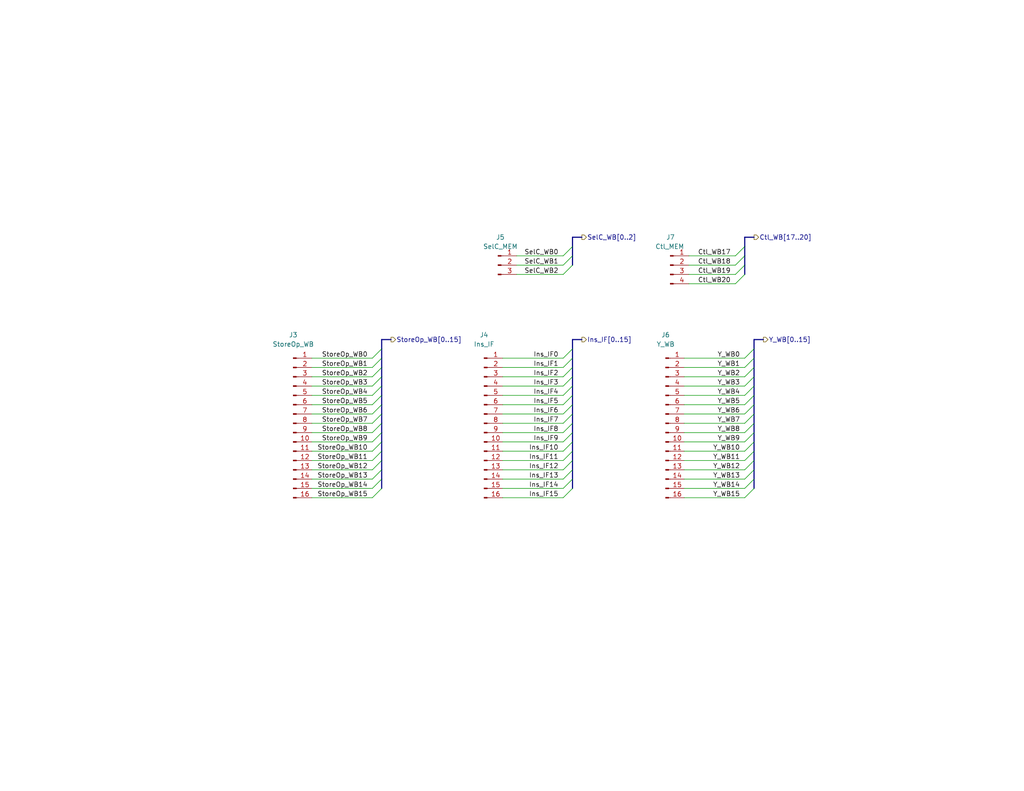
<source format=kicad_sch>
(kicad_sch (version 20230121) (generator eeschema)
  (paper "A")
  (title_block (title "Turtle16: MEM Prototype Outputs") (date "2023-03-20") (rev "A (584b6b4f)") (comment 4 "Headers for various outputs from the prototype board"))
  (lib_symbols
    (symbol "Connector:Conn_01x03_Pin" (pin_names (offset 1.016) hide)
      (property "Reference" "J" (at 0 5.08 0))
      (property "Value" "Conn_01x03_Pin" (at 0 -5.08 0))
      (symbol "Conn_01x03_Pin_1_1"
        (polyline (pts (xy 1.27 -2.54) (xy 0.8636 -2.54)) (stroke (width 0.1524)))
        (polyline (pts (xy 1.27 0) (xy 0.8636 0)) (stroke (width 0.1524)))
        (polyline (pts (xy 1.27 2.54) (xy 0.8636 2.54)) (stroke (width 0.1524)))
        (rectangle (start 0.8636 -2.413) (end 0 -2.667) (stroke (width 0.1524)) (fill (type outline)))
        (rectangle (start 0.8636 0.127) (end 0 -0.127) (stroke (width 0.1524)) (fill (type outline)))
        (rectangle (start 0.8636 2.667) (end 0 2.413) (stroke (width 0.1524)) (fill (type outline)))
        (pin passive line (at 5.08 2.54 180) (length 3.81) (name "Pin_1") (number "1"))
        (pin passive line (at 5.08 0 180) (length 3.81) (name "Pin_2") (number "2"))
        (pin passive line (at 5.08 -2.54 180) (length 3.81) (name "Pin_3") (number "3"))
      )
    )
    (symbol "Connector:Conn_01x04_Pin" (pin_names (offset 1.016) hide)
      (property "Reference" "J" (at 0 5.08 0))
      (property "Value" "Conn_01x04_Pin" (at 0 -7.62 0))
      (symbol "Conn_01x04_Pin_1_1"
        (polyline (pts (xy 1.27 -5.08) (xy 0.8636 -5.08)) (stroke (width 0.1524)))
        (polyline (pts (xy 1.27 -2.54) (xy 0.8636 -2.54)) (stroke (width 0.1524)))
        (polyline (pts (xy 1.27 0) (xy 0.8636 0)) (stroke (width 0.1524)))
        (polyline (pts (xy 1.27 2.54) (xy 0.8636 2.54)) (stroke (width 0.1524)))
        (rectangle (start 0.8636 -4.953) (end 0 -5.207) (stroke (width 0.1524)) (fill (type outline)))
        (rectangle (start 0.8636 -2.413) (end 0 -2.667) (stroke (width 0.1524)) (fill (type outline)))
        (rectangle (start 0.8636 0.127) (end 0 -0.127) (stroke (width 0.1524)) (fill (type outline)))
        (rectangle (start 0.8636 2.667) (end 0 2.413) (stroke (width 0.1524)) (fill (type outline)))
        (pin passive line (at 5.08 2.54 180) (length 3.81) (name "Pin_1") (number "1"))
        (pin passive line (at 5.08 0 180) (length 3.81) (name "Pin_2") (number "2"))
        (pin passive line (at 5.08 -2.54 180) (length 3.81) (name "Pin_3") (number "3"))
        (pin passive line (at 5.08 -5.08 180) (length 3.81) (name "Pin_4") (number "4"))
      )
    )
    (symbol "Connector:Conn_01x16_Pin" (pin_names (offset 1.016) hide)
      (property "Reference" "J" (at 0 20.32 0))
      (property "Value" "Conn_01x16_Pin" (at 0 -22.86 0))
      (symbol "Conn_01x16_Pin_1_1"
        (polyline (pts (xy 1.27 -20.32) (xy 0.8636 -20.32)) (stroke (width 0.1524)))
        (polyline (pts (xy 1.27 -17.78) (xy 0.8636 -17.78)) (stroke (width 0.1524)))
        (polyline (pts (xy 1.27 -15.24) (xy 0.8636 -15.24)) (stroke (width 0.1524)))
        (polyline (pts (xy 1.27 -12.7) (xy 0.8636 -12.7)) (stroke (width 0.1524)))
        (polyline (pts (xy 1.27 -10.16) (xy 0.8636 -10.16)) (stroke (width 0.1524)))
        (polyline (pts (xy 1.27 -7.62) (xy 0.8636 -7.62)) (stroke (width 0.1524)))
        (polyline (pts (xy 1.27 -5.08) (xy 0.8636 -5.08)) (stroke (width 0.1524)))
        (polyline (pts (xy 1.27 -2.54) (xy 0.8636 -2.54)) (stroke (width 0.1524)))
        (polyline (pts (xy 1.27 0) (xy 0.8636 0)) (stroke (width 0.1524)))
        (polyline (pts (xy 1.27 2.54) (xy 0.8636 2.54)) (stroke (width 0.1524)))
        (polyline (pts (xy 1.27 5.08) (xy 0.8636 5.08)) (stroke (width 0.1524)))
        (polyline (pts (xy 1.27 7.62) (xy 0.8636 7.62)) (stroke (width 0.1524)))
        (polyline (pts (xy 1.27 10.16) (xy 0.8636 10.16)) (stroke (width 0.1524)))
        (polyline (pts (xy 1.27 12.7) (xy 0.8636 12.7)) (stroke (width 0.1524)))
        (polyline (pts (xy 1.27 15.24) (xy 0.8636 15.24)) (stroke (width 0.1524)))
        (polyline (pts (xy 1.27 17.78) (xy 0.8636 17.78)) (stroke (width 0.1524)))
        (rectangle (start 0.8636 -20.193) (end 0 -20.447) (stroke (width 0.1524)) (fill (type outline)))
        (rectangle (start 0.8636 -17.653) (end 0 -17.907) (stroke (width 0.1524)) (fill (type outline)))
        (rectangle (start 0.8636 -15.113) (end 0 -15.367) (stroke (width 0.1524)) (fill (type outline)))
        (rectangle (start 0.8636 -12.573) (end 0 -12.827) (stroke (width 0.1524)) (fill (type outline)))
        (rectangle (start 0.8636 -10.033) (end 0 -10.287) (stroke (width 0.1524)) (fill (type outline)))
        (rectangle (start 0.8636 -7.493) (end 0 -7.747) (stroke (width 0.1524)) (fill (type outline)))
        (rectangle (start 0.8636 -4.953) (end 0 -5.207) (stroke (width 0.1524)) (fill (type outline)))
        (rectangle (start 0.8636 -2.413) (end 0 -2.667) (stroke (width 0.1524)) (fill (type outline)))
        (rectangle (start 0.8636 0.127) (end 0 -0.127) (stroke (width 0.1524)) (fill (type outline)))
        (rectangle (start 0.8636 2.667) (end 0 2.413) (stroke (width 0.1524)) (fill (type outline)))
        (rectangle (start 0.8636 5.207) (end 0 4.953) (stroke (width 0.1524)) (fill (type outline)))
        (rectangle (start 0.8636 7.747) (end 0 7.493) (stroke (width 0.1524)) (fill (type outline)))
        (rectangle (start 0.8636 10.287) (end 0 10.033) (stroke (width 0.1524)) (fill (type outline)))
        (rectangle (start 0.8636 12.827) (end 0 12.573) (stroke (width 0.1524)) (fill (type outline)))
        (rectangle (start 0.8636 15.367) (end 0 15.113) (stroke (width 0.1524)) (fill (type outline)))
        (rectangle (start 0.8636 17.907) (end 0 17.653) (stroke (width 0.1524)) (fill (type outline)))
        (pin passive line (at 5.08 17.78 180) (length 3.81) (name "Pin_1") (number "1"))
        (pin passive line (at 5.08 -5.08 180) (length 3.81) (name "Pin_10") (number "10"))
        (pin passive line (at 5.08 -7.62 180) (length 3.81) (name "Pin_11") (number "11"))
        (pin passive line (at 5.08 -10.16 180) (length 3.81) (name "Pin_12") (number "12"))
        (pin passive line (at 5.08 -12.7 180) (length 3.81) (name "Pin_13") (number "13"))
        (pin passive line (at 5.08 -15.24 180) (length 3.81) (name "Pin_14") (number "14"))
        (pin passive line (at 5.08 -17.78 180) (length 3.81) (name "Pin_15") (number "15"))
        (pin passive line (at 5.08 -20.32 180) (length 3.81) (name "Pin_16") (number "16"))
        (pin passive line (at 5.08 15.24 180) (length 3.81) (name "Pin_2") (number "2"))
        (pin passive line (at 5.08 12.7 180) (length 3.81) (name "Pin_3") (number "3"))
        (pin passive line (at 5.08 10.16 180) (length 3.81) (name "Pin_4") (number "4"))
        (pin passive line (at 5.08 7.62 180) (length 3.81) (name "Pin_5") (number "5"))
        (pin passive line (at 5.08 5.08 180) (length 3.81) (name "Pin_6") (number "6"))
        (pin passive line (at 5.08 2.54 180) (length 3.81) (name "Pin_7") (number "7"))
        (pin passive line (at 5.08 0 180) (length 3.81) (name "Pin_8") (number "8"))
        (pin passive line (at 5.08 -2.54 180) (length 3.81) (name "Pin_9") (number "9"))
      )
    )
  )
  (bus_entry (at 156.21 125.73) (size -2.54 2.54))
  (bus_entry (at 205.74 133.35) (size -2.54 2.54))
  (bus_entry (at 156.21 107.95) (size -2.54 2.54))
  (bus_entry (at 205.74 120.65) (size -2.54 2.54))
  (bus_entry (at 205.74 123.19) (size -2.54 2.54))
  (bus_entry (at 156.21 123.19) (size -2.54 2.54))
  (bus_entry (at 156.21 118.11) (size -2.54 2.54))
  (bus_entry (at 156.21 100.33) (size -2.54 2.54))
  (bus_entry (at 156.21 95.25) (size -2.54 2.54))
  (bus_entry (at 205.74 107.95) (size -2.54 2.54))
  (bus_entry (at 205.74 113.03) (size -2.54 2.54))
  (bus_entry (at 205.74 100.33) (size -2.54 2.54))
  (bus_entry (at 104.14 125.73) (size -2.54 2.54))
  (bus_entry (at 205.74 118.11) (size -2.54 2.54))
  (bus_entry (at 205.74 128.27) (size -2.54 2.54))
  (bus_entry (at 104.14 123.19) (size -2.54 2.54))
  (bus_entry (at 104.14 120.65) (size -2.54 2.54))
  (bus_entry (at 203.2 67.31) (size -2.54 2.54))
  (bus_entry (at 156.21 120.65) (size -2.54 2.54))
  (bus_entry (at 104.14 133.35) (size -2.54 2.54))
  (bus_entry (at 156.21 102.87) (size -2.54 2.54))
  (bus_entry (at 104.14 107.95) (size -2.54 2.54))
  (bus_entry (at 104.14 118.11) (size -2.54 2.54))
  (bus_entry (at 156.21 97.79) (size -2.54 2.54))
  (bus_entry (at 156.21 133.35) (size -2.54 2.54))
  (bus_entry (at 156.21 105.41) (size -2.54 2.54))
  (bus_entry (at 104.14 95.25) (size -2.54 2.54))
  (bus_entry (at 203.2 72.39) (size -2.54 2.54))
  (bus_entry (at 104.14 115.57) (size -2.54 2.54))
  (bus_entry (at 156.21 113.03) (size -2.54 2.54))
  (bus_entry (at 205.74 110.49) (size -2.54 2.54))
  (bus_entry (at 104.14 110.49) (size -2.54 2.54))
  (bus_entry (at 104.14 130.81) (size -2.54 2.54))
  (bus_entry (at 203.2 69.85) (size -2.54 2.54))
  (bus_entry (at 205.74 130.81) (size -2.54 2.54))
  (bus_entry (at 104.14 128.27) (size -2.54 2.54))
  (bus_entry (at 156.21 128.27) (size -2.54 2.54))
  (bus_entry (at 104.14 100.33) (size -2.54 2.54))
  (bus_entry (at 205.74 97.79) (size -2.54 2.54))
  (bus_entry (at 156.21 115.57) (size -2.54 2.54))
  (bus_entry (at 104.14 113.03) (size -2.54 2.54))
  (bus_entry (at 104.14 105.41) (size -2.54 2.54))
  (bus_entry (at 156.21 72.39) (size -2.54 2.54))
  (bus_entry (at 156.21 130.81) (size -2.54 2.54))
  (bus_entry (at 205.74 115.57) (size -2.54 2.54))
  (bus_entry (at 104.14 97.79) (size -2.54 2.54))
  (bus_entry (at 203.2 74.93) (size -2.54 2.54))
  (bus_entry (at 205.74 95.25) (size -2.54 2.54))
  (bus_entry (at 156.21 110.49) (size -2.54 2.54))
  (bus_entry (at 205.74 105.41) (size -2.54 2.54))
  (bus_entry (at 205.74 102.87) (size -2.54 2.54))
  (bus_entry (at 205.74 125.73) (size -2.54 2.54))
  (bus_entry (at 156.21 69.85) (size -2.54 2.54))
  (bus_entry (at 156.21 67.31) (size -2.54 2.54))
  (bus_entry (at 104.14 102.87) (size -2.54 2.54))
  (wire (pts (xy 153.67 128.27) (xy 137.16 128.27)))
  (bus (pts (xy 205.74 118.11) (xy 205.74 120.65)))
  (wire (pts (xy 101.6 120.65) (xy 85.09 120.65)))
  (wire (pts (xy 153.67 123.19) (xy 137.16 123.19)))
  (wire (pts (xy 101.6 123.19) (xy 85.09 123.19)))
  (bus (pts (xy 156.21 118.11) (xy 156.21 120.65)))
  (wire (pts (xy 101.6 100.33) (xy 85.09 100.33)))
  (bus (pts (xy 156.21 105.41) (xy 156.21 107.95)))
  (wire (pts (xy 153.67 110.49) (xy 137.16 110.49)))
  (bus (pts (xy 104.14 102.87) (xy 104.14 105.41)))
  (bus (pts (xy 205.74 128.27) (xy 205.74 130.81)))
  (wire (pts (xy 203.2 107.95) (xy 186.69 107.95)))
  (wire (pts (xy 101.6 128.27) (xy 85.09 128.27)))
  (bus (pts (xy 203.2 67.31) (xy 203.2 69.85)))
  (wire (pts (xy 153.67 125.73) (xy 137.16 125.73)))
  (bus (pts (xy 205.74 113.03) (xy 205.74 115.57)))
  (wire (pts (xy 101.6 130.81) (xy 85.09 130.81)))
  (bus (pts (xy 156.21 69.85) (xy 156.21 72.39)))
  (bus (pts (xy 104.14 118.11) (xy 104.14 120.65)))
  (wire (pts (xy 153.67 118.11) (xy 137.16 118.11)))
  (bus (pts (xy 104.14 105.41) (xy 104.14 107.95)))
  (bus (pts (xy 158.75 92.71) (xy 156.21 92.71)))
  (wire (pts (xy 203.2 118.11) (xy 186.69 118.11)))
  (bus (pts (xy 156.21 95.25) (xy 156.21 97.79)))
  (wire (pts (xy 153.67 97.79) (xy 137.16 97.79)))
  (wire (pts (xy 200.66 77.47) (xy 187.96 77.47)))
  (bus (pts (xy 104.14 92.71) (xy 104.14 95.25)))
  (bus (pts (xy 208.28 92.71) (xy 205.74 92.71)))
  (bus (pts (xy 203.2 72.39) (xy 203.2 74.93)))
  (wire (pts (xy 203.2 130.81) (xy 186.69 130.81)))
  (bus (pts (xy 158.75 64.77) (xy 156.21 64.77)))
  (wire (pts (xy 203.2 100.33) (xy 186.69 100.33)))
  (bus (pts (xy 203.2 64.77) (xy 203.2 67.31)))
  (wire (pts (xy 203.2 125.73) (xy 186.69 125.73)))
  (bus (pts (xy 205.74 100.33) (xy 205.74 102.87)))
  (bus (pts (xy 205.74 95.25) (xy 205.74 97.79)))
  (bus (pts (xy 203.2 69.85) (xy 203.2 72.39)))
  (bus (pts (xy 205.74 102.87) (xy 205.74 105.41)))
  (bus (pts (xy 104.14 115.57) (xy 104.14 118.11)))
  (wire (pts (xy 153.67 135.89) (xy 137.16 135.89)))
  (wire (pts (xy 101.6 110.49) (xy 85.09 110.49)))
  (wire (pts (xy 203.2 97.79) (xy 186.69 97.79)))
  (bus (pts (xy 156.21 130.81) (xy 156.21 133.35)))
  (wire (pts (xy 101.6 107.95) (xy 85.09 107.95)))
  (wire (pts (xy 101.6 135.89) (xy 85.09 135.89)))
  (bus (pts (xy 104.14 120.65) (xy 104.14 123.19)))
  (wire (pts (xy 200.66 72.39) (xy 187.96 72.39)))
  (bus (pts (xy 205.74 107.95) (xy 205.74 110.49)))
  (wire (pts (xy 200.66 69.85) (xy 187.96 69.85)))
  (bus (pts (xy 156.21 113.03) (xy 156.21 115.57)))
  (bus (pts (xy 205.74 120.65) (xy 205.74 123.19)))
  (wire (pts (xy 203.2 123.19) (xy 186.69 123.19)))
  (wire (pts (xy 203.2 113.03) (xy 186.69 113.03)))
  (wire (pts (xy 101.6 115.57) (xy 85.09 115.57)))
  (wire (pts (xy 153.67 69.85) (xy 140.97 69.85)))
  (bus (pts (xy 156.21 110.49) (xy 156.21 113.03)))
  (wire (pts (xy 101.6 118.11) (xy 85.09 118.11)))
  (wire (pts (xy 101.6 125.73) (xy 85.09 125.73)))
  (bus (pts (xy 205.74 64.77) (xy 203.2 64.77)))
  (wire (pts (xy 153.67 102.87) (xy 137.16 102.87)))
  (bus (pts (xy 205.74 123.19) (xy 205.74 125.73)))
  (wire (pts (xy 101.6 133.35) (xy 85.09 133.35)))
  (bus (pts (xy 156.21 107.95) (xy 156.21 110.49)))
  (bus (pts (xy 104.14 97.79) (xy 104.14 100.33)))
  (wire (pts (xy 203.2 115.57) (xy 186.69 115.57)))
  (bus (pts (xy 104.14 128.27) (xy 104.14 130.81)))
  (bus (pts (xy 156.21 97.79) (xy 156.21 100.33)))
  (bus (pts (xy 104.14 130.81) (xy 104.14 133.35)))
  (wire (pts (xy 203.2 128.27) (xy 186.69 128.27)))
  (wire (pts (xy 203.2 105.41) (xy 186.69 105.41)))
  (wire (pts (xy 153.67 115.57) (xy 137.16 115.57)))
  (bus (pts (xy 205.74 105.41) (xy 205.74 107.95)))
  (bus (pts (xy 205.74 130.81) (xy 205.74 133.35)))
  (wire (pts (xy 101.6 102.87) (xy 85.09 102.87)))
  (wire (pts (xy 203.2 120.65) (xy 186.69 120.65)))
  (bus (pts (xy 205.74 97.79) (xy 205.74 100.33)))
  (bus (pts (xy 205.74 92.71) (xy 205.74 95.25)))
  (wire (pts (xy 203.2 133.35) (xy 186.69 133.35)))
  (wire (pts (xy 200.66 74.93) (xy 187.96 74.93)))
  (wire (pts (xy 153.67 130.81) (xy 137.16 130.81)))
  (bus (pts (xy 104.14 95.25) (xy 104.14 97.79)))
  (wire (pts (xy 153.67 133.35) (xy 137.16 133.35)))
  (wire (pts (xy 153.67 72.39) (xy 140.97 72.39)))
  (bus (pts (xy 205.74 110.49) (xy 205.74 113.03)))
  (bus (pts (xy 156.21 115.57) (xy 156.21 118.11)))
  (bus (pts (xy 205.74 115.57) (xy 205.74 118.11)))
  (wire (pts (xy 153.67 113.03) (xy 137.16 113.03)))
  (bus (pts (xy 156.21 128.27) (xy 156.21 130.81)))
  (bus (pts (xy 104.14 110.49) (xy 104.14 113.03)))
  (bus (pts (xy 156.21 125.73) (xy 156.21 128.27)))
  (bus (pts (xy 156.21 67.31) (xy 156.21 69.85)))
  (bus (pts (xy 104.14 113.03) (xy 104.14 115.57)))
  (bus (pts (xy 104.14 107.95) (xy 104.14 110.49)))
  (bus (pts (xy 156.21 102.87) (xy 156.21 105.41)))
  (wire (pts (xy 203.2 102.87) (xy 186.69 102.87)))
  (bus (pts (xy 104.14 100.33) (xy 104.14 102.87)))
  (wire (pts (xy 153.67 100.33) (xy 137.16 100.33)))
  (bus (pts (xy 205.74 125.73) (xy 205.74 128.27)))
  (wire (pts (xy 101.6 113.03) (xy 85.09 113.03)))
  (bus (pts (xy 156.21 92.71) (xy 156.21 95.25)))
  (bus (pts (xy 156.21 123.19) (xy 156.21 125.73)))
  (wire (pts (xy 101.6 105.41) (xy 85.09 105.41)))
  (wire (pts (xy 203.2 110.49) (xy 186.69 110.49)))
  (wire (pts (xy 101.6 97.79) (xy 85.09 97.79)))
  (wire (pts (xy 153.67 74.93) (xy 140.97 74.93)))
  (bus (pts (xy 156.21 64.77) (xy 156.21 67.31)))
  (wire (pts (xy 203.2 135.89) (xy 186.69 135.89)))
  (bus (pts (xy 156.21 120.65) (xy 156.21 123.19)))
  (bus (pts (xy 104.14 123.19) (xy 104.14 125.73)))
  (wire (pts (xy 153.67 105.41) (xy 137.16 105.41)))
  (wire (pts (xy 153.67 107.95) (xy 137.16 107.95)))
  (bus (pts (xy 106.68 92.71) (xy 104.14 92.71)))
  (wire (pts (xy 153.67 120.65) (xy 137.16 120.65)))
  (bus (pts (xy 104.14 125.73) (xy 104.14 128.27)))
  (bus (pts (xy 156.21 100.33) (xy 156.21 102.87)))
  (label "Ins_IF8" (at 152.4 118.11 180))
  (label "StoreOp_WB2" (at 100.33 102.87 180))
  (label "Ctl_WB17" (at 199.39 69.85 180))
  (label "Ins_IF13" (at 152.4 130.81 180))
  (label "StoreOp_WB4" (at 100.33 107.95 180))
  (label "Y_WB3" (at 201.93 105.41 180))
  (label "Y_WB2" (at 201.93 102.87 180))
  (label "Y_WB15" (at 201.93 135.89 180))
  (label "StoreOp_WB0" (at 100.33 97.79 180))
  (label "Ins_IF7" (at 152.4 115.57 180))
  (label "Ctl_WB20" (at 199.39 77.47 180))
  (label "StoreOp_WB7" (at 100.33 115.57 180))
  (label "Y_WB5" (at 201.93 110.49 180))
  (label "Y_WB1" (at 201.93 100.33 180))
  (label "StoreOp_WB15" (at 100.33 135.89 180))
  (label "Ctl_WB18" (at 199.39 72.39 180))
  (label "Ins_IF14" (at 152.4 133.35 180))
  (label "Ins_IF10" (at 152.4 123.19 180))
  (label "Y_WB11" (at 201.93 125.73 180))
  (label "Ins_IF5" (at 152.4 110.49 180))
  (label "Ins_IF6" (at 152.4 113.03 180))
  (label "StoreOp_WB9" (at 100.33 120.65 180))
  (label "StoreOp_WB5" (at 100.33 110.49 180))
  (label "StoreOp_WB6" (at 100.33 113.03 180))
  (label "StoreOp_WB1" (at 100.33 100.33 180))
  (label "Ctl_WB19" (at 199.39 74.93 180))
  (label "Ins_IF3" (at 152.4 105.41 180))
  (label "Ins_IF9" (at 152.4 120.65 180))
  (label "Y_WB4" (at 201.93 107.95 180))
  (label "Y_WB8" (at 201.93 118.11 180))
  (label "Y_WB12" (at 201.93 128.27 180))
  (label "StoreOp_WB3" (at 100.33 105.41 180))
  (label "StoreOp_WB12" (at 100.33 128.27 180))
  (label "StoreOp_WB10" (at 100.33 123.19 180))
  (label "Ins_IF2" (at 152.4 102.87 180))
  (label "StoreOp_WB14" (at 100.33 133.35 180))
  (label "Ins_IF4" (at 152.4 107.95 180))
  (label "Y_WB13" (at 201.93 130.81 180))
  (label "StoreOp_WB11" (at 100.33 125.73 180))
  (label "SelC_WB1" (at 152.4 72.39 180))
  (label "Ins_IF15" (at 152.4 135.89 180))
  (label "SelC_WB0" (at 152.4 69.85 180))
  (label "Y_WB10" (at 201.93 123.19 180))
  (label "Y_WB6" (at 201.93 113.03 180))
  (label "Y_WB14" (at 201.93 133.35 180))
  (label "Ins_IF11" (at 152.4 125.73 180))
  (label "Y_WB9" (at 201.93 120.65 180))
  (label "Y_WB7" (at 201.93 115.57 180))
  (label "SelC_WB2" (at 152.4 74.93 180))
  (label "Y_WB0" (at 201.93 97.79 180))
  (label "StoreOp_WB13" (at 100.33 130.81 180))
  (label "Ins_IF12" (at 152.4 128.27 180))
  (label "Ins_IF1" (at 152.4 100.33 180))
  (label "StoreOp_WB8" (at 100.33 118.11 180))
  (label "Ins_IF0" (at 152.4 97.79 180))
  (hierarchical_label "Ins_IF[0..15]" (shape output) (at 158.75 92.71 0))
  (hierarchical_label "Y_WB[0..15]" (shape output) (at 208.28 92.71 0))
  (hierarchical_label "SelC_WB[0..2]" (shape output) (at 158.75 64.77 0))
  (hierarchical_label "StoreOp_WB[0..15]" (shape output) (at 106.68 92.71 0))
  (hierarchical_label "Ctl_WB[17..20]" (shape output) (at 205.74 64.77 0))
  (symbol (lib_id "Connector:Conn_01x04_Pin") (at 182.88 72.39 0) (unit 1)
    (property "Reference" "J7" (at 184.15 64.77 0) (effects (justify right)))
    (property "Value" "Ctl_MEM" (at 186.69 67.31 0) (effects (justify right)))
    (property "Footprint" "Connector_PinHeader_2.54mm:PinHeader_1x04_P2.54mm_Vertical" (effects hide))
  )
  (symbol (lib_id "Connector:Conn_01x03_Pin") (at 135.89 72.39 0) (unit 1)
    (property "Reference" "J5" (at 136.525 64.77 0))
    (property "Value" "SelC_MEM" (at 136.525 67.31 0))
    (property "Footprint" "Connector_PinHeader_2.54mm:PinHeader_1x03_P2.54mm_Vertical" (effects hide))
  )
  (symbol (lib_id "Connector:Conn_01x16_Pin") (at 132.08 115.57 0) (unit 1)
    (property "Reference" "J4" (at 132.08 91.44 0))
    (property "Value" "Ins_IF" (at 132.08 93.98 0))
    (property "Footprint" "Connector_PinHeader_2.54mm:PinHeader_1x16_P2.54mm_Vertical" (effects hide))
  )
  (symbol (lib_id "Connector:Conn_01x16_Pin") (at 80.01 115.57 0) (unit 1)
    (property "Reference" "J3" (at 80.01 91.44 0))
    (property "Value" "StoreOp_WB" (at 80.01 93.98 0))
    (property "Footprint" "Connector_PinHeader_2.54mm:PinHeader_1x16_P2.54mm_Vertical" (effects hide))
  )
  (symbol (lib_id "Connector:Conn_01x16_Pin") (at 181.61 115.57 0) (unit 1)
    (property "Reference" "J6" (at 181.61 91.44 0))
    (property "Value" "Y_WB" (at 181.61 93.98 0))
    (property "Footprint" "Connector_PinHeader_2.54mm:PinHeader_1x16_P2.54mm_Vertical" (effects hide))
  )
)
</source>
